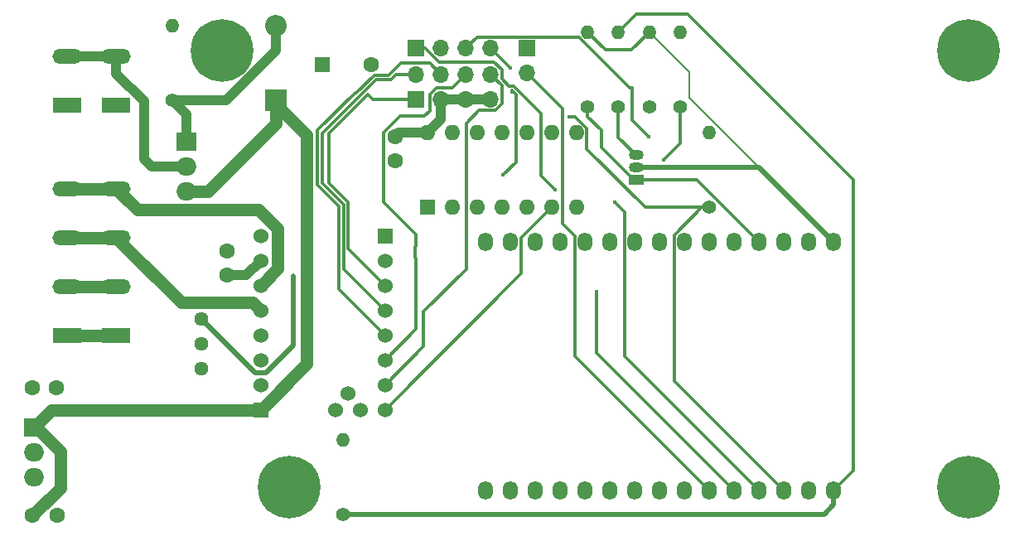
<source format=gbr>
%TF.GenerationSoftware,KiCad,Pcbnew,8.0.7*%
%TF.CreationDate,2025-05-19T16:35:52+02:00*%
%TF.ProjectId,nils-tmc5160,6e696c73-2d74-46d6-9335-3136302e6b69,rev?*%
%TF.SameCoordinates,Original*%
%TF.FileFunction,Copper,L1,Top*%
%TF.FilePolarity,Positive*%
%FSLAX46Y46*%
G04 Gerber Fmt 4.6, Leading zero omitted, Abs format (unit mm)*
G04 Created by KiCad (PCBNEW 8.0.7) date 2025-05-19 16:35:52*
%MOMM*%
%LPD*%
G01*
G04 APERTURE LIST*
%TA.AperFunction,ComponentPad*%
%ADD10O,1.524000X1.900000*%
%TD*%
%TA.AperFunction,ComponentPad*%
%ADD11C,0.800000*%
%TD*%
%TA.AperFunction,ComponentPad*%
%ADD12C,6.400000*%
%TD*%
%TA.AperFunction,ComponentPad*%
%ADD13R,3.000000X1.500000*%
%TD*%
%TA.AperFunction,ComponentPad*%
%ADD14O,3.000000X1.500000*%
%TD*%
%TA.AperFunction,ComponentPad*%
%ADD15C,1.524000*%
%TD*%
%TA.AperFunction,ComponentPad*%
%ADD16R,1.524000X1.524000*%
%TD*%
%TA.AperFunction,ComponentPad*%
%ADD17R,1.700000X1.700000*%
%TD*%
%TA.AperFunction,ComponentPad*%
%ADD18O,1.700000X1.700000*%
%TD*%
%TA.AperFunction,ComponentPad*%
%ADD19R,1.600000X1.600000*%
%TD*%
%TA.AperFunction,ComponentPad*%
%ADD20C,1.600000*%
%TD*%
%TA.AperFunction,ComponentPad*%
%ADD21C,1.400000*%
%TD*%
%TA.AperFunction,ComponentPad*%
%ADD22O,1.400000X1.400000*%
%TD*%
%TA.AperFunction,ComponentPad*%
%ADD23R,2.000000X1.905000*%
%TD*%
%TA.AperFunction,ComponentPad*%
%ADD24O,2.000000X1.905000*%
%TD*%
%TA.AperFunction,ComponentPad*%
%ADD25O,1.600000X1.600000*%
%TD*%
%TA.AperFunction,ComponentPad*%
%ADD26R,2.200000X2.200000*%
%TD*%
%TA.AperFunction,ComponentPad*%
%ADD27O,2.200000X2.200000*%
%TD*%
%TA.AperFunction,ComponentPad*%
%ADD28R,1.500000X1.050000*%
%TD*%
%TA.AperFunction,ComponentPad*%
%ADD29O,1.500000X1.050000*%
%TD*%
%TA.AperFunction,ComponentPad*%
%ADD30C,1.440000*%
%TD*%
%TA.AperFunction,ViaPad*%
%ADD31C,0.450000*%
%TD*%
%TA.AperFunction,Conductor*%
%ADD32C,0.300000*%
%TD*%
%TA.AperFunction,Conductor*%
%ADD33C,0.349250*%
%TD*%
%TA.AperFunction,Conductor*%
%ADD34C,0.200000*%
%TD*%
%TA.AperFunction,Conductor*%
%ADD35C,0.500000*%
%TD*%
%TA.AperFunction,Conductor*%
%ADD36C,1.000000*%
%TD*%
%TA.AperFunction,Conductor*%
%ADD37C,1.300000*%
%TD*%
G04 APERTURE END LIST*
D10*
%TO.P,U4,1,VIN*%
%TO.N,+5V*%
X227076000Y-99949000D03*
%TO.P,U4,2,GND*%
%TO.N,GND*%
X224536000Y-99949000D03*
%TO.P,U4,3,GPIO13*%
%TO.N,/MCU_DIR*%
X221996000Y-99949000D03*
%TO.P,U4,4,GPIO12*%
%TO.N,/MCU_EN*%
X219456000Y-99949000D03*
%TO.P,U4,5,GPIO14*%
%TO.N,/MCU_STEP*%
X216916000Y-99949000D03*
%TO.P,U4,6,GPIO27*%
%TO.N,/MCU_STOP*%
X214376000Y-99949000D03*
%TO.P,U4,7,GPIO26*%
%TO.N,unconnected-(U4-GPIO26-Pad7)*%
X211836000Y-99949000D03*
%TO.P,U4,8,GPIO25*%
%TO.N,unconnected-(U4-GPIO25-Pad8)*%
X209296000Y-99949000D03*
%TO.P,U4,9,GPIO33*%
%TO.N,unconnected-(U4-GPIO33-Pad9)*%
X206756000Y-99949000D03*
%TO.P,U4,10,GPIO32*%
%TO.N,unconnected-(U4-GPIO32-Pad10)*%
X204216000Y-99949000D03*
%TO.P,U4,11,GPIO35*%
%TO.N,unconnected-(U4-GPIO35-Pad11)*%
X201676000Y-99949000D03*
%TO.P,U4,12,GPIO34*%
%TO.N,unconnected-(U4-GPIO34-Pad12)*%
X199136000Y-99949000D03*
%TO.P,U4,13,GPIO39*%
%TO.N,unconnected-(U4-GPIO39-Pad13)*%
X196596000Y-99949000D03*
%TO.P,U4,14,GPIO36*%
%TO.N,unconnected-(U4-GPIO36-Pad14)*%
X194056000Y-99949000D03*
%TO.P,U4,15,EN*%
%TO.N,unconnected-(U4-EN-Pad15)*%
X191516000Y-99949000D03*
%TO.P,U4,16,3.3v*%
%TO.N,+3.3V*%
X227076000Y-74549000D03*
%TO.P,U4,17,GND*%
%TO.N,GND*%
X224536000Y-74549000D03*
%TO.P,U4,18,GPIO15*%
%TO.N,unconnected-(U4-GPIO15-Pad18)*%
X221996000Y-74549000D03*
%TO.P,U4,19,GPIO2*%
%TO.N,/SPI_CS*%
X219456000Y-74549000D03*
%TO.P,U4,20,GPIO4*%
%TO.N,/MCU_POT*%
X216916000Y-74549000D03*
%TO.P,U4,21,GPIO16*%
%TO.N,unconnected-(U4-GPIO16-Pad21)*%
X214376000Y-74549000D03*
%TO.P,U4,22,GPIO17*%
%TO.N,unconnected-(U4-GPIO17-Pad22)*%
X211836000Y-74549000D03*
%TO.P,U4,23,GPIO5*%
%TO.N,unconnected-(U4-GPIO5-Pad23)*%
X209296000Y-74549000D03*
%TO.P,U4,24,GPIO18*%
%TO.N,/SPI_CLK*%
X206756000Y-74549000D03*
%TO.P,U4,25,GPIO19*%
%TO.N,/SPI_MISO*%
X204216000Y-74549000D03*
%TO.P,U4,26,GPIO21*%
%TO.N,unconnected-(U4-GPIO21-Pad26)*%
X201676000Y-74549000D03*
%TO.P,U4,27,GPIO3*%
%TO.N,unconnected-(U4-GPIO3-Pad27)*%
X199136000Y-74549000D03*
%TO.P,U4,28,GPIO1*%
%TO.N,unconnected-(U4-GPIO1-Pad28)*%
X196596000Y-74549000D03*
%TO.P,U4,29,GPIO22*%
%TO.N,unconnected-(U4-GPIO22-Pad29)*%
X194056000Y-74549000D03*
%TO.P,U4,30,GPIO23*%
%TO.N,/SPI_MOSI*%
X191516000Y-74549000D03*
%TD*%
D11*
%TO.P,H4,1,1*%
%TO.N,GND*%
X238489540Y-55014187D03*
X239192484Y-53317131D03*
X239192484Y-56711243D03*
X240889540Y-52614187D03*
D12*
X240889540Y-55014187D03*
D11*
X240889540Y-57414187D03*
X242586596Y-53317131D03*
X242586596Y-56711243D03*
X243289540Y-55014187D03*
%TD*%
%TO.P,H3,1,1*%
%TO.N,GND*%
X169015540Y-99614187D03*
X169718484Y-97917131D03*
X169718484Y-101311243D03*
X171415540Y-97214187D03*
D12*
X171415540Y-99614187D03*
D11*
X171415540Y-102014187D03*
X173112596Y-97917131D03*
X173112596Y-101311243D03*
X173815540Y-99614187D03*
%TD*%
%TO.P,H2,1,1*%
%TO.N,GND*%
X162215540Y-55014187D03*
X162918484Y-53317131D03*
X162918484Y-56711243D03*
X164615540Y-52614187D03*
D12*
X164615540Y-55014187D03*
D11*
X164615540Y-57414187D03*
X166312596Y-53317131D03*
X166312596Y-56711243D03*
X167015540Y-55014187D03*
%TD*%
%TO.P,H1,1,1*%
%TO.N,GND*%
X238489540Y-99614187D03*
X239192484Y-97917131D03*
X239192484Y-101311243D03*
X240889540Y-97214187D03*
D12*
X240889540Y-99614187D03*
D11*
X240889540Y-102014187D03*
X242586596Y-97917131D03*
X242586596Y-101311243D03*
X243289540Y-99614187D03*
%TD*%
D13*
%TO.P,S1,1,A*%
%TO.N,GND*%
X148749000Y-60562000D03*
X153749000Y-60562000D03*
D14*
%TO.P,S1,2,B*%
%TO.N,Net-(Q1-D)*%
X148749000Y-55562000D03*
X153749000Y-55562000D03*
%TD*%
D15*
%TO.P,U3,1,EN*%
%TO.N,/DRIVER_EN*%
X181225500Y-91694000D03*
%TO.P,U3,2,SDI/MS0*%
%TO.N,/DRIVER_MOSI*%
X181225500Y-89154000D03*
%TO.P,U3,3,SCK/MS1*%
%TO.N,/DRIVER_SCK*%
X181225500Y-86614000D03*
%TO.P,U3,4,CS/MS2*%
%TO.N,/DRIVER_CS*%
X181225500Y-84074000D03*
%TO.P,U3,5,SDO/RST*%
%TO.N,/DRIVER_MISO*%
X181225500Y-81534000D03*
%TO.P,U3,6,SLEEP*%
%TO.N,/DRIVER_SLP*%
X181225500Y-78994000D03*
%TO.P,U3,7,STEP*%
%TO.N,/DRIVER_STEP*%
X181225500Y-76454000D03*
D16*
%TO.P,U3,8,DIR*%
%TO.N,/DRIVER_DIR*%
X181225500Y-73914000D03*
D15*
%TO.P,U3,9,GND*%
%TO.N,GND*%
X168525500Y-73914000D03*
%TO.P,U3,10,VCC_IO*%
%TO.N,DRV_5V*%
X168525500Y-76454000D03*
%TO.P,U3,11,A1*%
%TO.N,/MOT_A1*%
X168525500Y-78994000D03*
%TO.P,U3,12,A2*%
%TO.N,/MOT_A2*%
X168525500Y-81534000D03*
%TO.P,U3,13,B2*%
%TO.N,/MOT_B2*%
X168525500Y-84074000D03*
%TO.P,U3,14,B1*%
%TO.N,/MOT_B1*%
X168525500Y-86614000D03*
%TO.P,U3,15,GND*%
%TO.N,GND*%
X168525500Y-89154000D03*
D16*
%TO.P,U3,16,VM*%
%TO.N,+24V*%
X168525500Y-91694000D03*
D15*
%TO.P,U3,17,DIAG0*%
%TO.N,unconnected-(U3-DIAG0-Pad17)*%
X178685500Y-91694000D03*
%TO.P,U3,18,NC*%
%TO.N,unconnected-(U3-NC-Pad18)*%
X177415500Y-90043000D03*
%TO.P,U3,19,DIAG1*%
%TO.N,/DRIVER_DIAG*%
X176145500Y-91694000D03*
%TD*%
D17*
%TO.P,J3,1,Pin_1*%
%TO.N,/SPI_MISO*%
X184414000Y-54737000D03*
D18*
%TO.P,J3,2,Pin_2*%
%TO.N,/SPI_CS*%
X186954000Y-54737000D03*
%TO.P,J3,3,Pin_3*%
%TO.N,/SPI_CLK*%
X189494000Y-54737000D03*
%TO.P,J3,4,Pin_4*%
%TO.N,/SPI_MOSI*%
X192034000Y-54737000D03*
%TD*%
D19*
%TO.P,C3,1*%
%TO.N,+24V*%
X174832000Y-56388000D03*
D20*
%TO.P,C3,2*%
%TO.N,GND*%
X179832000Y-56388000D03*
%TD*%
D21*
%TO.P,R2,1*%
%TO.N,/SPI_CS*%
X201925000Y-60696000D03*
D22*
%TO.P,R2,2*%
%TO.N,+3.3V*%
X201925000Y-53076000D03*
%TD*%
D20*
%TO.P,C2,1*%
%TO.N,DRV_5V*%
X165100000Y-77958000D03*
%TO.P,C2,2*%
%TO.N,GND*%
X165100000Y-75458000D03*
%TD*%
D23*
%TO.P,U1,1,IN*%
%TO.N,+24V*%
X145392000Y-93472000D03*
D24*
%TO.P,U1,2,GND*%
%TO.N,GND*%
X145392000Y-96012000D03*
%TO.P,U1,3,OUT*%
%TO.N,+5V*%
X145392000Y-98552000D03*
%TD*%
D13*
%TO.P,J4,1,Pin_1*%
%TO.N,/MOT_B1*%
X148749000Y-84088000D03*
X153749000Y-84088000D03*
D14*
%TO.P,J4,2,Pin_2*%
%TO.N,/MOT_B2*%
X148749000Y-79088000D03*
X153749000Y-79088000D03*
%TO.P,J4,3,Pin_3*%
%TO.N,/MOT_A2*%
X148749000Y-74088000D03*
X153749000Y-74088000D03*
%TO.P,J4,4,Pin_4*%
%TO.N,/MOT_A1*%
X148749000Y-69088000D03*
X153749000Y-69088000D03*
%TD*%
D21*
%TO.P,R5,1*%
%TO.N,/MCU_STEP*%
X211375000Y-60696000D03*
D22*
%TO.P,R5,2*%
%TO.N,GND*%
X211375000Y-53076000D03*
%TD*%
D23*
%TO.P,Q1,1,G*%
%TO.N,Net-(D1-A)*%
X160950000Y-64262000D03*
D24*
%TO.P,Q1,2,D*%
%TO.N,Net-(Q1-D)*%
X160950000Y-66802000D03*
%TO.P,Q1,3,S*%
%TO.N,+24V*%
X160950000Y-69342000D03*
%TD*%
D19*
%TO.P,U2,1*%
%TO.N,GND*%
X185547000Y-70993000D03*
D25*
%TO.P,U2,2*%
%TO.N,/MCU_STEP*%
X188087000Y-70993000D03*
%TO.P,U2,3*%
%TO.N,/DRIVER_STEP*%
X190627000Y-70993000D03*
%TO.P,U2,4*%
%TO.N,GND*%
X193167000Y-70993000D03*
%TO.P,U2,5*%
%TO.N,/MCU_EN*%
X195707000Y-70993000D03*
%TO.P,U2,6*%
%TO.N,/DRIVER_EN*%
X198247000Y-70993000D03*
%TO.P,U2,7,GND*%
%TO.N,GND*%
X200787000Y-70993000D03*
%TO.P,U2,8*%
%TO.N,/DRIVER_DIR*%
X200787000Y-63373000D03*
%TO.P,U2,9*%
%TO.N,/MCU_DIR*%
X198247000Y-63373000D03*
%TO.P,U2,10*%
%TO.N,GND*%
X195707000Y-63373000D03*
%TO.P,U2,11*%
%TO.N,unconnected-(U2-Pad11)*%
X193167000Y-63373000D03*
%TO.P,U2,12*%
%TO.N,unconnected-(U2-Pad12)*%
X190627000Y-63373000D03*
%TO.P,U2,13*%
%TO.N,GND*%
X188087000Y-63373000D03*
%TO.P,U2,14,VCC*%
%TO.N,DRV_5V*%
X185547000Y-63373000D03*
%TD*%
D20*
%TO.P,C1,1*%
%TO.N,DRV_5V*%
X182245000Y-63774000D03*
%TO.P,C1,2*%
%TO.N,GND*%
X182245000Y-66274000D03*
%TD*%
D21*
%TO.P,R6,1*%
%TO.N,/MCU_DIR*%
X214376000Y-70993000D03*
D22*
%TO.P,R6,2*%
%TO.N,GND*%
X214376000Y-63373000D03*
%TD*%
D20*
%TO.P,Murata-Ceramic-Capacitor-50v1-22uF1,2*%
%TO.N,GND*%
X147701000Y-102489000D03*
%TO.P,Murata-Ceramic-Capacitor-50v1-22uF1,1*%
%TO.N,+24V*%
X145201000Y-102489000D03*
%TD*%
D17*
%TO.P,J2,1,Pin_1*%
%TO.N,/DRIVER_DIAG*%
X195707000Y-54732000D03*
D18*
%TO.P,J2,2,Pin_2*%
%TO.N,/MCU_STOP*%
X195707000Y-57272000D03*
%TD*%
D20*
%TO.P,Murata-Ceramic-Capacitor-50v1-22uF2,1*%
%TO.N,+5V*%
X145181000Y-89408000D03*
%TO.P,Murata-Ceramic-Capacitor-50v1-22uF2,2*%
%TO.N,GND*%
X147681000Y-89408000D03*
%TD*%
D21*
%TO.P,R1,1*%
%TO.N,Net-(D1-A)*%
X159512000Y-60071000D03*
D22*
%TO.P,R1,2*%
%TO.N,GND*%
X159512000Y-52451000D03*
%TD*%
D21*
%TO.P,R3,1*%
%TO.N,/DRIVER_CS*%
X205075000Y-60696000D03*
D22*
%TO.P,R3,2*%
%TO.N,+5V*%
X205075000Y-53076000D03*
%TD*%
D26*
%TO.P,D1,1,K*%
%TO.N,+24V*%
X170053000Y-60071000D03*
D27*
%TO.P,D1,2,A*%
%TO.N,Net-(D1-A)*%
X170053000Y-52451000D03*
%TD*%
D21*
%TO.P,R4,1*%
%TO.N,/MCU_EN*%
X208225000Y-60696000D03*
D22*
%TO.P,R4,2*%
%TO.N,+3.3V*%
X208225000Y-53076000D03*
%TD*%
D21*
%TO.P,L1,1,1*%
%TO.N,+5V*%
X176911000Y-102362000D03*
D22*
%TO.P,L1,2,2*%
%TO.N,DRV_5V*%
X176911000Y-94742000D03*
%TD*%
D28*
%TO.P,Q2,1,S*%
%TO.N,/SPI_CS*%
X206883000Y-68199000D03*
D29*
%TO.P,Q2,2,G*%
%TO.N,+3.3V*%
X206883000Y-66929000D03*
%TO.P,Q2,3,D*%
%TO.N,/DRIVER_CS*%
X206883000Y-65659000D03*
%TD*%
D30*
%TO.P,RV1,1,1*%
%TO.N,+3.3V*%
X162433000Y-82413000D03*
%TO.P,RV1,2,2*%
%TO.N,/MCU_POT*%
X162433000Y-84953000D03*
%TO.P,RV1,3,3*%
%TO.N,GND*%
X162433000Y-87493000D03*
%TD*%
D17*
%TO.P,J1,1,Pin_1*%
%TO.N,/DRIVER_SLP*%
X184404000Y-59944000D03*
D18*
%TO.P,J1,2,Pin_2*%
%TO.N,/DRIVER_MISO*%
X184404000Y-57404000D03*
%TO.P,J1,3,Pin_3*%
%TO.N,DRV_5V*%
X186944000Y-59944000D03*
%TO.P,J1,4,Pin_4*%
%TO.N,/DRIVER_CS*%
X186944000Y-57404000D03*
%TO.P,J1,5,Pin_5*%
%TO.N,DRV_5V*%
X189484000Y-59944000D03*
%TO.P,J1,6,Pin_6*%
%TO.N,/DRIVER_SCK*%
X189484000Y-57404000D03*
%TO.P,J1,7,Pin_7*%
%TO.N,DRV_5V*%
X192024000Y-59944000D03*
%TO.P,J1,8,Pin_8*%
%TO.N,/DRIVER_MOSI*%
X192024000Y-57404000D03*
%TD*%
D31*
%TO.N,/SPI_MOSI*%
X194056258Y-56778827D03*
X194236788Y-59214854D03*
X193294000Y-67712625D03*
%TO.N,/MCU_DIR*%
X200025000Y-61722000D03*
%TO.N,/MCU_STEP*%
X209677000Y-66167000D03*
X202847750Y-79629000D03*
%TO.N,/SPI_CLK*%
X208153000Y-63754000D03*
%TO.N,/SPI_MISO*%
X198628000Y-69215000D03*
%TO.N,/MCU_EN*%
X204724000Y-70485000D03*
%TO.N,+3.3V*%
X171831000Y-77978000D03*
%TD*%
D32*
%TO.N,/SPI_MOSI*%
X194183000Y-59055000D02*
X194183000Y-59161066D01*
X194183000Y-59161066D02*
X194236788Y-59214854D01*
X194056258Y-56778827D02*
X194056258Y-56759258D01*
X194056258Y-56759258D02*
X192034000Y-54737000D01*
%TO.N,/SPI_MISO*%
X184414000Y-54737000D02*
X185355938Y-54737000D01*
X185355938Y-54737000D02*
X186752938Y-56134000D01*
X186752938Y-56134000D02*
X192352062Y-56134000D01*
X192352062Y-56134000D02*
X193154000Y-56935938D01*
X197167000Y-67754000D02*
X198628000Y-69215000D01*
X193154000Y-56935938D02*
X193154000Y-57891064D01*
X193154000Y-57891064D02*
X193887936Y-58625000D01*
X193887936Y-58625000D02*
X194361112Y-58625000D01*
X194361112Y-58625000D02*
X197167000Y-61430888D01*
X197167000Y-61430888D02*
X197167000Y-67754000D01*
%TO.N,/SPI_MOSI*%
X194627000Y-59499000D02*
X194183000Y-59055000D01*
X193294000Y-67712625D02*
X194627000Y-66379625D01*
X194627000Y-66379625D02*
X194627000Y-59499000D01*
%TO.N,/MCU_DIR*%
X200663351Y-61722000D02*
X200025000Y-61722000D01*
X201867000Y-62925649D02*
X200663351Y-61722000D01*
X207842000Y-70993000D02*
X201867000Y-65018000D01*
X201867000Y-65018000D02*
X201867000Y-62925649D01*
X214376000Y-70993000D02*
X207842000Y-70993000D01*
%TO.N,/SPI_CLK*%
X206502000Y-58801000D02*
X206502000Y-62103000D01*
X206502000Y-62103000D02*
X208153000Y-63754000D01*
D33*
%TO.N,/MCU_STEP*%
X202847750Y-85880750D02*
X202847750Y-79629000D01*
D32*
X211375000Y-64469000D02*
X209677000Y-66167000D01*
X211375000Y-60696000D02*
X211375000Y-64469000D01*
D33*
X216916000Y-99949000D02*
X202847750Y-85880750D01*
D32*
%TO.N,/SPI_CLK*%
X206264070Y-58801000D02*
X206502000Y-58801000D01*
X201065070Y-53602000D02*
X206264070Y-58801000D01*
X190629000Y-53602000D02*
X201065070Y-53602000D01*
X189494000Y-54737000D02*
X190629000Y-53602000D01*
D33*
%TO.N,/MCU_EN*%
X205689375Y-71450375D02*
X205689375Y-86182375D01*
X204724000Y-70485000D02*
X205689375Y-71450375D01*
X205689375Y-86182375D02*
X219456000Y-99949000D01*
D32*
%TO.N,+3.3V*%
X201925000Y-53076000D02*
X203775000Y-54926000D01*
X206375000Y-54926000D02*
X208225000Y-53076000D01*
X203775000Y-54926000D02*
X206375000Y-54926000D01*
%TO.N,+5V*%
X205075000Y-53076000D02*
X206925000Y-51226000D01*
X206925000Y-51226000D02*
X212141296Y-51226000D01*
X212141296Y-51226000D02*
X229108000Y-68192704D01*
X229108000Y-97917000D02*
X227076000Y-99949000D01*
X229108000Y-68192704D02*
X229108000Y-97917000D01*
D34*
%TO.N,+3.3V*%
X208225000Y-53076000D02*
X212305000Y-57156000D01*
X212305000Y-57156000D02*
X212305000Y-59778000D01*
X212305000Y-59778000D02*
X219456000Y-66929000D01*
D33*
%TO.N,/MCU_DIR*%
X221996000Y-99949000D02*
X210769375Y-88722375D01*
X210769375Y-88722375D02*
X210769375Y-73837625D01*
X210769375Y-73837625D02*
X213614000Y-70993000D01*
X213614000Y-70993000D02*
X214376000Y-70993000D01*
%TO.N,/MCU_STOP*%
X195707000Y-57272000D02*
X199351625Y-60916625D01*
X199351625Y-60916625D02*
X199351625Y-72661439D01*
X199351625Y-72661439D02*
X200609375Y-73919189D01*
X200609375Y-73919189D02*
X200609375Y-86182375D01*
X200609375Y-86182375D02*
X214376000Y-99949000D01*
%TO.N,/DRIVER_SLP*%
X181225500Y-78994000D02*
X177488500Y-75257000D01*
X177488500Y-75257000D02*
X177488500Y-70489649D01*
X177488500Y-70489649D02*
X175485375Y-68486524D01*
X175485375Y-68486524D02*
X175485375Y-63487149D01*
X175485375Y-63487149D02*
X179493762Y-59478762D01*
X179493762Y-59478762D02*
X179959000Y-59944000D01*
X179959000Y-59944000D02*
X184404000Y-59944000D01*
%TO.N,/DRIVER_MISO*%
X181225500Y-81534000D02*
X177009250Y-77317750D01*
X177009250Y-77317750D02*
X177009250Y-70688161D01*
X181823637Y-57971875D02*
X182391512Y-57404000D01*
X177009250Y-70688161D02*
X174831875Y-68510786D01*
X174831875Y-63462887D02*
X180322887Y-57971875D01*
X174831875Y-68510786D02*
X174831875Y-63462887D01*
X180322887Y-57971875D02*
X181823637Y-57971875D01*
X182391512Y-57404000D02*
X184404000Y-57404000D01*
%TO.N,/DRIVER_CS*%
X181225500Y-84074000D02*
X176530000Y-79378500D01*
X182868375Y-56249375D02*
X185789375Y-56249375D01*
X176530000Y-79378500D02*
X176530000Y-70886673D01*
X180124375Y-57492625D02*
X181625125Y-57492625D01*
X176530000Y-70886673D02*
X174352625Y-68709298D01*
X174352625Y-68709298D02*
X174352625Y-63161165D01*
X181625125Y-57492625D02*
X182868375Y-56249375D01*
X185789375Y-56249375D02*
X186944000Y-57404000D01*
X174352625Y-63161165D02*
X174340730Y-63149270D01*
X174340730Y-63149270D02*
X178181000Y-59309000D01*
X178181000Y-59309000D02*
X178308000Y-59309000D01*
X178308000Y-59309000D02*
X180124375Y-57492625D01*
%TO.N,/DRIVER_SCK*%
X181102000Y-63354824D02*
X182814111Y-61642713D01*
X184321688Y-75116777D02*
X184404000Y-74877009D01*
X185789375Y-59465738D02*
X186465738Y-58789375D01*
X184404000Y-73759875D02*
X181102000Y-70457875D01*
X184404000Y-83435500D02*
X184404000Y-76305911D01*
X184404000Y-74877009D02*
X184404000Y-73759875D01*
X182814111Y-61642713D02*
X185268924Y-61642713D01*
X186465738Y-58789375D02*
X188098625Y-58789375D01*
X185268924Y-61642713D02*
X185789375Y-61122262D01*
X184269124Y-75751144D02*
X184269124Y-75431776D01*
X184321688Y-76066143D02*
X184269124Y-75751144D01*
X181102000Y-70457875D02*
X181102000Y-63354824D01*
X184404000Y-76305911D02*
X184321688Y-76066143D01*
X184269124Y-75431776D02*
X184321688Y-75116777D01*
X181225500Y-86614000D02*
X184404000Y-83435500D01*
X185789375Y-61122262D02*
X185789375Y-59465738D01*
X188098625Y-58789375D02*
X189484000Y-57404000D01*
%TO.N,/DRIVER_MOSI*%
X181225500Y-89154000D02*
X185166000Y-85213500D01*
X192502262Y-61098625D02*
X193178625Y-60422262D01*
X185166000Y-85213500D02*
X185166000Y-81661000D01*
X185166000Y-81661000D02*
X189522375Y-77304625D01*
X189522375Y-77304625D02*
X189522375Y-62421988D01*
X189522375Y-62421988D02*
X190845738Y-61098625D01*
X190845738Y-61098625D02*
X192502262Y-61098625D01*
X193178625Y-58558625D02*
X192024000Y-57404000D01*
X193178625Y-60422262D02*
X193178625Y-58558625D01*
%TO.N,/DRIVER_EN*%
X181225500Y-91694000D02*
X195122625Y-77796875D01*
X195122625Y-77796875D02*
X195122625Y-74117375D01*
X195122625Y-74117375D02*
X198247000Y-70993000D01*
D35*
%TO.N,+5V*%
X227076000Y-99949000D02*
X227076000Y-101399000D01*
X227076000Y-101399000D02*
X226113000Y-102362000D01*
X226113000Y-102362000D02*
X176911000Y-102362000D01*
%TO.N,+3.3V*%
X171831000Y-85163949D02*
X171831000Y-77978000D01*
X169068949Y-87926000D02*
X171831000Y-85163949D01*
X167946000Y-87926000D02*
X169068949Y-87926000D01*
X162433000Y-82413000D02*
X167946000Y-87926000D01*
D33*
%TO.N,/SPI_CS*%
X201925000Y-60696000D02*
X201925000Y-61717000D01*
X201925000Y-61717000D02*
X203327000Y-63119000D01*
X203327000Y-63119000D02*
X203327000Y-64868000D01*
X203327000Y-64868000D02*
X206658000Y-68199000D01*
X206658000Y-68199000D02*
X206883000Y-68199000D01*
%TO.N,/DRIVER_CS*%
X205075000Y-60696000D02*
X205075000Y-63851000D01*
X205075000Y-63851000D02*
X206883000Y-65659000D01*
D36*
%TO.N,DRV_5V*%
X186944000Y-59944000D02*
X192024000Y-59944000D01*
X185547000Y-63373000D02*
X186944000Y-61976000D01*
X186944000Y-61976000D02*
X186944000Y-59944000D01*
X185547000Y-63373000D02*
X182646000Y-63373000D01*
X182646000Y-63373000D02*
X182245000Y-63774000D01*
D37*
%TO.N,+24V*%
X173228000Y-86991500D02*
X173228000Y-63627000D01*
X168525500Y-91694000D02*
X173228000Y-86991500D01*
X173228000Y-63627000D02*
X170053000Y-60452000D01*
X170053000Y-60452000D02*
X170053000Y-60071000D01*
X145201000Y-102489000D02*
X148042000Y-99648000D01*
X148042000Y-99648000D02*
X148042000Y-95923959D01*
X148042000Y-95923959D02*
X145590041Y-93472000D01*
X145590041Y-93472000D02*
X145392000Y-93472000D01*
X145392000Y-93472000D02*
X147170000Y-91694000D01*
X147170000Y-91694000D02*
X168525500Y-91694000D01*
D36*
%TO.N,DRV_5V*%
X165100000Y-77958000D02*
X167021500Y-77958000D01*
X167021500Y-77958000D02*
X168525500Y-76454000D01*
%TO.N,Net-(D1-A)*%
X170053000Y-52451000D02*
X170053000Y-54986094D01*
X170053000Y-54986094D02*
X164968094Y-60071000D01*
X164968094Y-60071000D02*
X159512000Y-60071000D01*
D37*
%TO.N,+24V*%
X160950000Y-69342000D02*
X163155000Y-69342000D01*
X163155000Y-69342000D02*
X170053000Y-62444000D01*
X170053000Y-62444000D02*
X170053000Y-60071000D01*
%TO.N,/MOT_A1*%
X168525500Y-78994000D02*
X170237500Y-77282000D01*
X170237500Y-77282000D02*
X170237500Y-73204866D01*
X170237500Y-73204866D02*
X168277134Y-71244500D01*
X168277134Y-71244500D02*
X155905500Y-71244500D01*
X155905500Y-71244500D02*
X153749000Y-69088000D01*
%TO.N,/MOT_A2*%
X168525500Y-81534000D02*
X167734500Y-80743000D01*
X167734500Y-80743000D02*
X160404000Y-80743000D01*
X160404000Y-80743000D02*
X153749000Y-74088000D01*
%TO.N,/MOT_B1*%
X148749000Y-84088000D02*
X153749000Y-84088000D01*
%TO.N,/MOT_B2*%
X148749000Y-79088000D02*
X153749000Y-79088000D01*
%TO.N,/MOT_A2*%
X148749000Y-74088000D02*
X153749000Y-74088000D01*
%TO.N,/MOT_A1*%
X148749000Y-69088000D02*
X153749000Y-69088000D01*
D36*
%TO.N,Net-(D1-A)*%
X160950000Y-64262000D02*
X160950000Y-61509000D01*
X160950000Y-61509000D02*
X159512000Y-60071000D01*
%TO.N,Net-(Q1-D)*%
X156591000Y-60154000D02*
X156591000Y-66040000D01*
X153749000Y-57312000D02*
X156591000Y-60154000D01*
X153749000Y-55562000D02*
X153749000Y-57312000D01*
X156591000Y-66040000D02*
X157353000Y-66802000D01*
X157353000Y-66802000D02*
X160950000Y-66802000D01*
X148749000Y-55562000D02*
X153749000Y-55562000D01*
D33*
%TO.N,/SPI_CS*%
X219456000Y-74549000D02*
X213106000Y-68199000D01*
X213106000Y-68199000D02*
X206883000Y-68199000D01*
D35*
%TO.N,+3.3V*%
X227076000Y-74549000D02*
X219456000Y-66929000D01*
X219456000Y-66929000D02*
X206883000Y-66929000D01*
%TD*%
M02*

</source>
